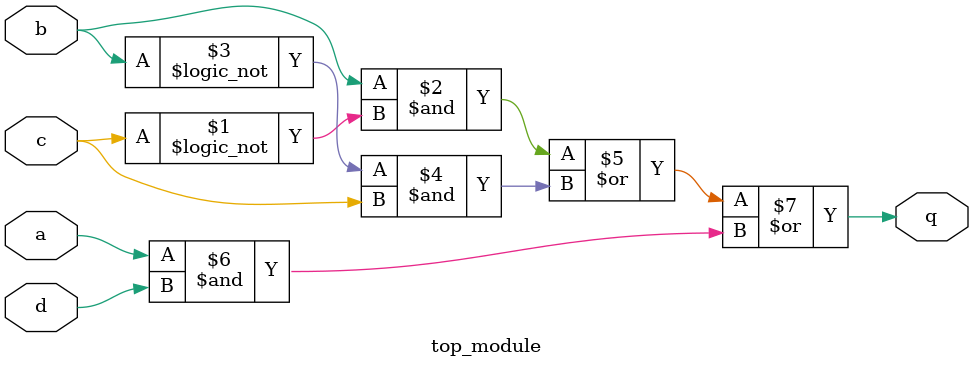
<source format=sv>
module top_module (
    input a, 
    input b, 
    input c, 
    input d,
    output q
);

assign q = (b & !c) | (!b & c) | (a & d);

endmodule

</source>
